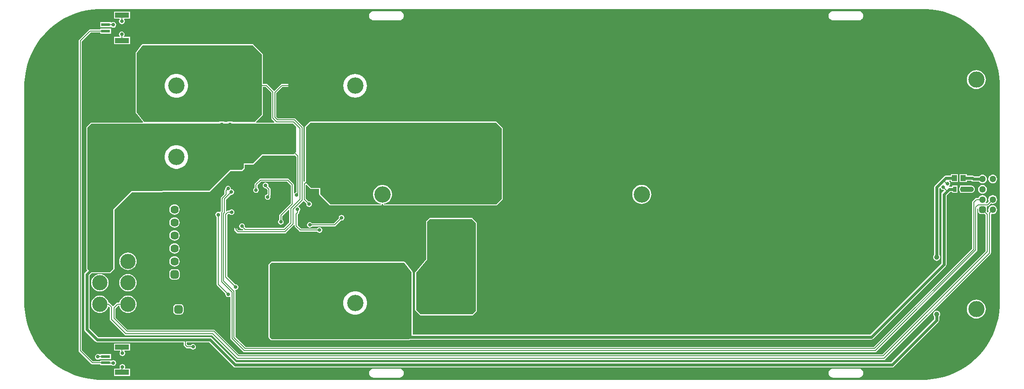
<source format=gtl>
G04*
G04 #@! TF.GenerationSoftware,Altium Limited,Altium Designer,23.0.1 (38)*
G04*
G04 Layer_Physical_Order=1*
G04 Layer_Color=255*
%FSLAX44Y44*%
%MOMM*%
G71*
G04*
G04 #@! TF.SameCoordinates,8AFF7610-CFF1-491F-A99F-289BE66ABFEC*
G04*
G04*
G04 #@! TF.FilePolarity,Positive*
G04*
G01*
G75*
%ADD11C,0.2000*%
%ADD15R,1.0160X1.1430*%
%ADD16R,2.7000X6.2000*%
%ADD17R,2.7000X1.0000*%
%ADD18R,1.7000X0.6000*%
%ADD19R,0.6500X1.0000*%
%ADD20R,0.6000X0.5600*%
%ADD34C,1.0000*%
%ADD35C,0.6000*%
%ADD36C,0.2032*%
%ADD37C,1.3000*%
G04:AMPARAMS|DCode=38|XSize=1.3mm|YSize=1.3mm|CornerRadius=0.325mm|HoleSize=0mm|Usage=FLASHONLY|Rotation=90.000|XOffset=0mm|YOffset=0mm|HoleType=Round|Shape=RoundedRectangle|*
%AMROUNDEDRECTD38*
21,1,1.3000,0.6500,0,0,90.0*
21,1,0.6500,1.3000,0,0,90.0*
1,1,0.6500,0.3250,0.3250*
1,1,0.6500,0.3250,-0.3250*
1,1,0.6500,-0.3250,-0.3250*
1,1,0.6500,-0.3250,0.3250*
%
%ADD38ROUNDEDRECTD38*%
G04:AMPARAMS|DCode=39|XSize=1.62mm|YSize=1.62mm|CornerRadius=0.405mm|HoleSize=0mm|Usage=FLASHONLY|Rotation=270.000|XOffset=0mm|YOffset=0mm|HoleType=Round|Shape=RoundedRectangle|*
%AMROUNDEDRECTD39*
21,1,1.6200,0.8100,0,0,270.0*
21,1,0.8100,1.6200,0,0,270.0*
1,1,0.8100,-0.4050,-0.4050*
1,1,0.8100,-0.4050,0.4050*
1,1,0.8100,0.4050,0.4050*
1,1,0.8100,0.4050,-0.4050*
%
%ADD39ROUNDEDRECTD39*%
%ADD40C,1.6200*%
%ADD41C,3.2000*%
%ADD42C,3.0000*%
%ADD43C,3.0000*%
%ADD44C,3.1750*%
%ADD45C,0.7000*%
%ADD46C,1.0000*%
%ADD47C,1.5000*%
G36*
X568562Y362158D02*
X580233Y360309D01*
X591721Y357551D01*
X602958Y353900D01*
X613875Y349378D01*
X624402Y344014D01*
X634477Y337841D01*
X644035Y330896D01*
X653020Y323223D01*
X661374Y314868D01*
X669048Y305883D01*
X675993Y296325D01*
X682166Y286250D01*
X687531Y275722D01*
X692052Y264806D01*
X695703Y253569D01*
X698462Y242080D01*
X700310Y230410D01*
X701237Y218631D01*
Y212724D01*
Y-212726D01*
Y-218634D01*
X700310Y-230413D01*
X698462Y-242083D01*
X695703Y-253572D01*
X692052Y-264809D01*
X687531Y-275725D01*
X682167Y-286252D01*
X675993Y-296327D01*
X669048Y-305886D01*
X661375Y-314870D01*
X653020Y-323225D01*
X644035Y-330898D01*
X634477Y-337843D01*
X624402Y-344017D01*
X613875Y-349381D01*
X602959Y-353902D01*
X591721Y-357553D01*
X580233Y-360312D01*
X568563Y-362160D01*
X556783Y-363087D01*
X-1058873D01*
X-1064781Y-363087D01*
X-1076559Y-362160D01*
X-1088230Y-360312D01*
X-1099718Y-357553D01*
X-1110956Y-353902D01*
X-1121872Y-349381D01*
X-1132399Y-344017D01*
X-1142474Y-337843D01*
X-1152032Y-330898D01*
X-1161017Y-323225D01*
X-1169371Y-314870D01*
X-1177045Y-305886D01*
X-1183990Y-296327D01*
X-1190163Y-286253D01*
X-1195528Y-275725D01*
X-1200049Y-264809D01*
X-1203700Y-253572D01*
X-1206459Y-242083D01*
X-1208307Y-230413D01*
X-1209234Y-218634D01*
Y-212726D01*
Y212724D01*
X-1209234Y218631D01*
X-1208307Y230410D01*
X-1206459Y242080D01*
X-1203700Y253569D01*
X-1200049Y264806D01*
X-1195528Y275722D01*
X-1190164Y286250D01*
X-1183990Y296324D01*
X-1177045Y305883D01*
X-1169372Y314867D01*
X-1161017Y323222D01*
X-1152032Y330896D01*
X-1142474Y337841D01*
X-1132399Y344014D01*
X-1121872Y349378D01*
X-1110956Y353900D01*
X-1099718Y357551D01*
X-1088230Y360309D01*
X-1076560Y362158D01*
X-1064781Y363085D01*
X556783D01*
X568562Y362158D01*
D02*
G37*
%LPC*%
G36*
X425150Y358967D02*
X374850D01*
X372529Y358661D01*
X370367Y357765D01*
X368510Y356340D01*
X367085Y354483D01*
X366189Y352321D01*
X365883Y350000D01*
X366189Y347679D01*
X367085Y345517D01*
X368510Y343660D01*
X370367Y342235D01*
X372529Y341339D01*
X374850Y341033D01*
X425150D01*
X427471Y341339D01*
X429633Y342235D01*
X431490Y343660D01*
X432915Y345517D01*
X433811Y347679D01*
X434117Y350000D01*
X433811Y352321D01*
X432915Y354483D01*
X431490Y356340D01*
X429633Y357765D01*
X427471Y358661D01*
X425150Y358967D01*
D02*
G37*
G36*
X-474850D02*
X-525150D01*
X-527471Y358661D01*
X-529633Y357765D01*
X-531490Y356340D01*
X-532915Y354483D01*
X-533811Y352321D01*
X-534117Y350000D01*
X-533811Y347679D01*
X-532915Y345517D01*
X-531490Y343660D01*
X-529633Y342235D01*
X-527471Y341339D01*
X-525150Y341033D01*
X-474850D01*
X-472529Y341339D01*
X-470367Y342235D01*
X-468510Y343660D01*
X-467085Y345517D01*
X-466189Y347679D01*
X-465883Y350000D01*
X-466189Y352321D01*
X-467085Y354483D01*
X-468510Y356340D01*
X-470367Y357765D01*
X-472529Y358661D01*
X-474850Y358967D01*
D02*
G37*
G36*
X-1034962Y337686D02*
X-1037108Y337259D01*
X-1038230Y336510D01*
X-1039500Y337189D01*
Y337500D01*
X-1060500D01*
Y327500D01*
X-1039500D01*
X-1039500Y327500D01*
Y327500D01*
X-1038230Y327647D01*
X-1037108Y326898D01*
X-1034962Y326471D01*
X-1032816Y326898D01*
X-1030997Y328113D01*
X-1029781Y329933D01*
X-1029354Y332079D01*
X-1029781Y334225D01*
X-1030997Y336044D01*
X-1032816Y337259D01*
X-1034962Y337686D01*
D02*
G37*
G36*
X-1002500Y358000D02*
X-1033500D01*
Y344000D01*
X-1023104D01*
X-1022500Y342730D01*
X-1023399Y341385D01*
X-1023826Y339239D01*
X-1023399Y337093D01*
X-1022184Y335274D01*
X-1020364Y334058D01*
X-1018218Y333631D01*
X-1016072Y334058D01*
X-1014253Y335274D01*
X-1013037Y337093D01*
X-1012610Y339239D01*
X-1013037Y341385D01*
X-1013936Y342730D01*
X-1013332Y344000D01*
X-1002500D01*
Y358000D01*
D02*
G37*
G36*
X-1039500Y325000D02*
X-1060500D01*
Y323059D01*
X-1080810D01*
X-1080810Y323059D01*
X-1081981Y322826D01*
X-1082973Y322163D01*
X-1082973Y322163D01*
X-1101983Y303153D01*
X-1102646Y302160D01*
X-1102879Y300990D01*
X-1102879Y300990D01*
Y-306070D01*
X-1102879Y-306070D01*
X-1102646Y-307241D01*
X-1101983Y-308233D01*
X-1078053Y-332163D01*
X-1078053Y-332163D01*
X-1077060Y-332826D01*
X-1075890Y-333059D01*
X-1075890Y-333059D01*
X-1060500D01*
Y-335000D01*
X-1039500D01*
X-1039500Y-335000D01*
Y-335000D01*
X-1038230Y-334690D01*
X-1037196Y-335381D01*
X-1035050Y-335808D01*
X-1032904Y-335381D01*
X-1031085Y-334165D01*
X-1029869Y-332346D01*
X-1029442Y-330200D01*
X-1029869Y-328054D01*
X-1031085Y-326235D01*
X-1032904Y-325019D01*
X-1035050Y-324592D01*
X-1037196Y-325019D01*
X-1038230Y-325710D01*
X-1039500Y-325031D01*
Y-325000D01*
X-1060500D01*
Y-326941D01*
X-1074623D01*
X-1096761Y-304803D01*
Y299723D01*
X-1079543Y316941D01*
X-1060500D01*
Y315000D01*
X-1039500D01*
Y325000D01*
D02*
G37*
G36*
X-1018540Y319298D02*
X-1020686Y318871D01*
X-1022505Y317655D01*
X-1023721Y315836D01*
X-1024148Y313690D01*
X-1023721Y311544D01*
X-1022535Y309770D01*
X-1022588Y309500D01*
X-1022958Y308500D01*
X-1033500D01*
Y294500D01*
X-1002500D01*
Y308500D01*
X-1014122D01*
X-1014492Y309500D01*
X-1014545Y309770D01*
X-1013359Y311544D01*
X-1012932Y313690D01*
X-1013359Y315836D01*
X-1014575Y317655D01*
X-1016394Y318871D01*
X-1018540Y319298D01*
D02*
G37*
G36*
X-977604Y294139D02*
X-977760Y294108D01*
X-977918Y294115D01*
X-978146Y294031D01*
X-978384Y293984D01*
X-978516Y293896D01*
X-978666Y293841D01*
X-978844Y293677D01*
X-979046Y293542D01*
X-979134Y293410D01*
X-979251Y293302D01*
X-990745Y277552D01*
X-990847Y277332D01*
X-990982Y277130D01*
X-991013Y276975D01*
X-991080Y276830D01*
X-991090Y276588D01*
X-991137Y276350D01*
Y160429D01*
X-991082Y160151D01*
X-991059Y159868D01*
X-991005Y159764D01*
X-990982Y159649D01*
X-990824Y159413D01*
X-990695Y159160D01*
X-976853Y141739D01*
X-977467Y140469D01*
X-1078230D01*
X-1079010Y140314D01*
X-1079672Y139872D01*
X-1087292Y132252D01*
X-1087734Y131590D01*
X-1087889Y130810D01*
Y-146050D01*
X-1087734Y-146830D01*
X-1087292Y-147492D01*
X-1087292Y-147492D01*
X-1086197Y-148587D01*
X-1090725Y-153115D01*
X-1091830Y-154769D01*
X-1092218Y-156720D01*
Y-264160D01*
X-1091830Y-266111D01*
X-1090725Y-267765D01*
X-1070405Y-288085D01*
X-1068751Y-289190D01*
X-1066800Y-289578D01*
X-897139D01*
Y-294640D01*
X-897139Y-294640D01*
X-896906Y-295811D01*
X-896243Y-296803D01*
X-892433Y-300613D01*
X-891441Y-301276D01*
X-890270Y-301509D01*
X-890270Y-301509D01*
X-883411D01*
X-882805Y-302415D01*
X-880986Y-303631D01*
X-878840Y-304058D01*
X-876694Y-303631D01*
X-874875Y-302415D01*
X-873659Y-300596D01*
X-873232Y-298450D01*
X-873659Y-296304D01*
X-874875Y-294485D01*
X-876694Y-293269D01*
X-878840Y-292842D01*
X-880986Y-293269D01*
X-882805Y-294485D01*
X-883411Y-295391D01*
X-889003D01*
X-891021Y-293373D01*
Y-289578D01*
X-847932D01*
X-799895Y-337615D01*
X-798241Y-338720D01*
X-796290Y-339108D01*
X490318D01*
X492269Y-338720D01*
X493923Y-337615D01*
X581264Y-250275D01*
X582369Y-248621D01*
X582757Y-246670D01*
Y-240008D01*
X582842Y-239942D01*
X583965Y-238480D01*
X584670Y-236777D01*
X584910Y-234950D01*
X584670Y-233123D01*
X583965Y-231420D01*
X582842Y-229958D01*
X581380Y-228836D01*
X579677Y-228130D01*
X577850Y-227890D01*
X576023Y-228130D01*
X574320Y-228836D01*
X572858Y-229958D01*
X571735Y-231420D01*
X571030Y-233123D01*
X570790Y-234950D01*
X571030Y-236777D01*
X571735Y-238480D01*
X572561Y-239556D01*
Y-244558D01*
X488207Y-328912D01*
X-794178D01*
X-842215Y-280875D01*
X-843869Y-279770D01*
X-845820Y-279382D01*
X-1064688D01*
X-1082022Y-262048D01*
Y-158832D01*
X-1077630Y-154439D01*
X-1041400D01*
X-1040620Y-154284D01*
X-1039958Y-153842D01*
X-1039958Y-153842D01*
X-1033608Y-147492D01*
X-1033166Y-146830D01*
X-1033011Y-146050D01*
Y-30055D01*
X-998645Y4311D01*
X-939800D01*
X-939020Y4466D01*
X-938358Y4908D01*
X-938358Y4908D01*
X-938195Y5071D01*
X-846910D01*
X-846910Y5071D01*
X-846130Y5226D01*
X-845468Y5668D01*
X-845468Y5668D01*
X-805425Y45711D01*
X-783410D01*
X-782630Y45866D01*
X-781968Y46308D01*
X-778158Y50118D01*
X-777716Y50780D01*
X-777561Y51560D01*
Y58411D01*
X-761820D01*
X-761040Y58566D01*
X-760378Y59008D01*
X-760378Y59008D01*
X-743195Y76191D01*
X-681810D01*
X-681810Y76191D01*
X-681030Y76346D01*
X-680368Y76788D01*
X-679245Y76419D01*
X-676349Y73523D01*
Y4227D01*
X-677936Y3911D01*
X-679755Y2695D01*
X-680201Y2028D01*
X-681471Y2413D01*
Y19050D01*
X-681471Y19050D01*
X-681704Y20220D01*
X-682367Y21213D01*
X-682367Y21213D01*
X-691257Y30103D01*
X-692250Y30766D01*
X-693420Y30999D01*
X-693420Y30999D01*
X-746760D01*
X-747931Y30766D01*
X-748923Y30103D01*
X-748923Y30103D01*
X-757633Y21393D01*
X-758296Y20401D01*
X-758529Y19230D01*
X-758529Y19230D01*
Y12951D01*
X-759435Y12345D01*
X-760651Y10526D01*
X-761078Y8380D01*
X-760651Y6234D01*
X-759435Y4415D01*
X-757616Y3199D01*
X-755470Y2772D01*
X-753324Y3199D01*
X-751505Y4415D01*
X-750289Y6234D01*
X-749862Y8380D01*
X-750289Y10526D01*
X-751505Y12345D01*
X-752411Y12951D01*
Y17963D01*
X-745493Y24881D01*
X-694687D01*
X-687589Y17783D01*
Y-17571D01*
X-709066Y-39048D01*
X-709729Y-40040D01*
X-709961Y-41211D01*
X-709961Y-41211D01*
Y-49279D01*
X-710868Y-49885D01*
X-712084Y-51704D01*
X-712510Y-53850D01*
X-712084Y-55996D01*
X-710868Y-57815D01*
X-709049Y-59031D01*
X-706903Y-59458D01*
X-704757Y-59031D01*
X-702937Y-57815D01*
X-701722Y-55996D01*
X-701295Y-53850D01*
X-701722Y-51704D01*
X-702937Y-49885D01*
X-703844Y-49279D01*
Y-42478D01*
X-691492Y-30126D01*
X-690319Y-30612D01*
Y-54803D01*
X-701187Y-65671D01*
X-775253D01*
X-777625Y-63299D01*
X-777412Y-62230D01*
X-777839Y-60084D01*
X-779055Y-58265D01*
X-780874Y-57049D01*
X-783020Y-56622D01*
X-785166Y-57049D01*
X-786985Y-58265D01*
X-788201Y-60084D01*
X-788628Y-62230D01*
X-788201Y-64376D01*
X-786985Y-66195D01*
X-785166Y-67411D01*
X-783020Y-67838D01*
X-781951Y-67625D01*
X-780421Y-69155D01*
X-780907Y-70329D01*
X-789349D01*
X-791961Y-67716D01*
Y-63500D01*
X-792194Y-62330D01*
X-792857Y-61337D01*
X-793849Y-60674D01*
X-795020Y-60441D01*
X-796190Y-60674D01*
X-797183Y-61337D01*
X-797846Y-62330D01*
X-798079Y-63500D01*
Y-68983D01*
X-798079Y-68983D01*
X-797846Y-70154D01*
X-797183Y-71146D01*
X-792779Y-75550D01*
X-791786Y-76213D01*
X-790616Y-76446D01*
X-698921D01*
X-698921Y-76446D01*
X-697750Y-76213D01*
X-696758Y-75550D01*
X-681097Y-59890D01*
X-681088Y-59875D01*
X-679818Y-60261D01*
Y-61865D01*
X-679818Y-61865D01*
X-679585Y-63036D01*
X-678922Y-64028D01*
X-670937Y-72013D01*
X-669945Y-72676D01*
X-668774Y-72909D01*
X-635761D01*
X-635155Y-73815D01*
X-633336Y-75031D01*
X-631190Y-75458D01*
X-629044Y-75031D01*
X-627225Y-73815D01*
X-626009Y-71996D01*
X-625582Y-69850D01*
X-626009Y-67704D01*
X-627225Y-65885D01*
X-629044Y-64669D01*
X-631190Y-64242D01*
X-633336Y-64669D01*
X-635155Y-65885D01*
X-635761Y-66791D01*
X-667507D01*
X-673700Y-60598D01*
Y-39216D01*
X-672056Y-37572D01*
X-672056Y-37572D01*
X-671393Y-36579D01*
X-671160Y-35409D01*
Y-33932D01*
X-670254Y-33326D01*
X-669038Y-31507D01*
X-668611Y-29361D01*
X-669038Y-27215D01*
X-670254Y-25396D01*
X-672073Y-24180D01*
X-672280Y-24139D01*
X-672648Y-22924D01*
X-663127Y-13403D01*
X-663127Y-13403D01*
X-661624Y-13262D01*
X-656905Y-17981D01*
X-657118Y-19050D01*
X-656691Y-21196D01*
X-655475Y-23015D01*
X-653656Y-24231D01*
X-651510Y-24658D01*
X-649364Y-24231D01*
X-647545Y-23015D01*
X-646329Y-21196D01*
X-645902Y-19050D01*
X-646329Y-16904D01*
X-647545Y-15085D01*
X-649364Y-13869D01*
X-651510Y-13442D01*
X-652579Y-13655D01*
X-658231Y-8003D01*
Y18551D01*
X-657046Y19065D01*
X-656949D01*
X-649302Y11418D01*
X-649302Y11418D01*
X-648640Y10976D01*
X-647860Y10821D01*
X-631779D01*
Y760D01*
X-631779Y760D01*
X-631624Y-20D01*
X-631182Y-682D01*
X-610862Y-21002D01*
X-610200Y-21444D01*
X-609420Y-21599D01*
X-511208D01*
X-510914Y-21541D01*
X-510616Y-21511D01*
X-510527Y-21464D01*
X-510428Y-21444D01*
X-510178Y-21277D01*
X-509914Y-21136D01*
X-509850Y-21058D01*
X-509766Y-21002D01*
X-509599Y-20753D01*
X-509409Y-20521D01*
X-509380Y-20424D01*
X-509324Y-20340D01*
X-509266Y-20047D01*
X-509179Y-19760D01*
X-509057Y-18526D01*
X-508000Y-18630D01*
X-506943Y-18526D01*
X-506821Y-19760D01*
X-506735Y-20047D01*
X-506676Y-20340D01*
X-506620Y-20424D01*
X-506590Y-20521D01*
X-506400Y-20753D01*
X-506234Y-21002D01*
X-506150Y-21058D01*
X-506086Y-21136D01*
X-505822Y-21277D01*
X-505572Y-21444D01*
X-505473Y-21464D01*
X-505384Y-21511D01*
X-505086Y-21541D01*
X-504792Y-21599D01*
X-284990D01*
X-284210Y-21444D01*
X-283548Y-21002D01*
X-283548Y-21002D01*
X-272878Y-10332D01*
X-272436Y-9670D01*
X-272281Y-8890D01*
Y129540D01*
X-272436Y130320D01*
X-272878Y130982D01*
X-283798Y141902D01*
X-284460Y142344D01*
X-285240Y142499D01*
X-649480D01*
X-650260Y142344D01*
X-650922Y141902D01*
X-650922Y141902D01*
X-659302Y133522D01*
X-659744Y132860D01*
X-659899Y132080D01*
Y26037D01*
X-661058Y24878D01*
X-662231Y25364D01*
Y131197D01*
X-662464Y132367D01*
X-663127Y133360D01*
X-663127Y133360D01*
X-677980Y148213D01*
X-678973Y148876D01*
X-680143Y149109D01*
X-680143Y149109D01*
X-712473D01*
X-715571Y152207D01*
Y198313D01*
X-703583Y210301D01*
X-678590D01*
X-677420Y210534D01*
X-676427Y211197D01*
X-675764Y212190D01*
X-675531Y213360D01*
X-675764Y214531D01*
X-676427Y215523D01*
X-677420Y216186D01*
X-678590Y216419D01*
X-704850D01*
X-706021Y216186D01*
X-707013Y215523D01*
X-719348Y203188D01*
X-720988Y203344D01*
X-733167Y215523D01*
X-734159Y216186D01*
X-735330Y216419D01*
X-735330Y216419D01*
X-742129D01*
Y274268D01*
X-742129Y274268D01*
X-742284Y275048D01*
X-742726Y275710D01*
X-742726Y275710D01*
X-760558Y293542D01*
X-761220Y293984D01*
X-762000Y294139D01*
X-977604Y294139D01*
D02*
G37*
G36*
X655320Y243294D02*
X651710Y242939D01*
X648239Y241886D01*
X645040Y240176D01*
X642236Y237874D01*
X639934Y235070D01*
X638224Y231871D01*
X637171Y228400D01*
X636816Y224790D01*
X637171Y221180D01*
X638224Y217709D01*
X639934Y214510D01*
X642236Y211706D01*
X645040Y209404D01*
X648239Y207694D01*
X651710Y206641D01*
X655320Y206286D01*
X658930Y206641D01*
X662401Y207694D01*
X665600Y209404D01*
X668404Y211706D01*
X670706Y214510D01*
X672416Y217709D01*
X673469Y221180D01*
X673824Y224790D01*
X673469Y228400D01*
X672416Y231871D01*
X670706Y235070D01*
X668404Y237874D01*
X665600Y240176D01*
X662401Y241886D01*
X658930Y242939D01*
X655320Y243294D01*
D02*
G37*
G36*
X-561400Y235872D02*
X-565917Y235427D01*
X-570260Y234109D01*
X-574262Y231970D01*
X-577771Y229091D01*
X-580650Y225582D01*
X-582789Y221580D01*
X-584107Y217237D01*
X-584552Y212720D01*
X-584107Y208203D01*
X-582789Y203860D01*
X-580650Y199858D01*
X-577771Y196349D01*
X-574262Y193470D01*
X-570260Y191331D01*
X-565917Y190013D01*
X-561400Y189569D01*
X-556883Y190013D01*
X-552540Y191331D01*
X-548538Y193470D01*
X-545029Y196349D01*
X-542150Y199858D01*
X-540011Y203860D01*
X-538693Y208203D01*
X-538248Y212720D01*
X-538693Y217237D01*
X-540011Y221580D01*
X-542150Y225582D01*
X-545029Y229091D01*
X-548538Y231970D01*
X-552540Y234109D01*
X-556883Y235427D01*
X-561400Y235872D01*
D02*
G37*
G36*
X619601Y39465D02*
X605441D01*
Y36848D01*
X598780D01*
X598475Y36787D01*
X598170Y36848D01*
X595630D01*
X593679Y36460D01*
X592025Y35355D01*
X587580Y30910D01*
X587580Y30910D01*
X574245Y17575D01*
X573140Y15921D01*
X572752Y13970D01*
Y-118335D01*
X571735Y-119660D01*
X571030Y-121363D01*
X570790Y-123190D01*
X571030Y-125017D01*
X571735Y-126720D01*
X572858Y-128182D01*
X574320Y-129305D01*
X576023Y-130010D01*
X577850Y-130250D01*
X579677Y-130010D01*
X581380Y-129305D01*
X582842Y-128182D01*
X583965Y-126720D01*
X584670Y-125017D01*
X584910Y-123190D01*
X584670Y-121363D01*
X583965Y-119660D01*
X582948Y-118335D01*
Y11858D01*
X583782Y12693D01*
X584998Y12324D01*
X585029Y12164D01*
X586245Y10344D01*
X588064Y9129D01*
X590210Y8702D01*
X591280Y8915D01*
X592402Y7792D01*
X588215Y3605D01*
X587110Y1951D01*
X586722Y0D01*
Y-135048D01*
X447468Y-274302D01*
X-448811D01*
Y-152400D01*
X-448866Y-152122D01*
X-448890Y-151839D01*
X-448943Y-151735D01*
X-448966Y-151620D01*
X-449124Y-151384D01*
X-449253Y-151131D01*
X-463983Y-132591D01*
X-464073Y-132516D01*
X-464138Y-132418D01*
X-464374Y-132260D01*
X-464590Y-132077D01*
X-464702Y-132041D01*
X-464800Y-131976D01*
X-465078Y-131921D01*
X-465348Y-131834D01*
X-465465Y-131844D01*
X-465580Y-131821D01*
X-724990D01*
X-725770Y-131976D01*
X-726432Y-132418D01*
X-730242Y-136228D01*
X-730684Y-136890D01*
X-730839Y-137670D01*
Y-279910D01*
X-730684Y-280690D01*
X-730242Y-281352D01*
X-726432Y-285162D01*
X-725770Y-285604D01*
X-724990Y-285759D01*
X-455616Y-285759D01*
X-455460Y-285728D01*
X-455301Y-285735D01*
X-455073Y-285651D01*
X-454836Y-285604D01*
X-454703Y-285516D01*
X-454554Y-285461D01*
X-454376Y-285297D01*
X-454174Y-285162D01*
X-454086Y-285030D01*
X-453969Y-284922D01*
X-453659Y-284498D01*
X449580D01*
X451531Y-284110D01*
X453185Y-283005D01*
X595425Y-140765D01*
X596530Y-139111D01*
X596918Y-137160D01*
Y-2112D01*
X604092Y5062D01*
X608030D01*
Y3160D01*
X618530D01*
Y17160D01*
X608030D01*
Y15258D01*
X602402D01*
X602017Y16528D01*
X602745Y17015D01*
X603961Y18834D01*
X604388Y20980D01*
X603961Y23126D01*
X602745Y24945D01*
X602092Y25382D01*
X602477Y26652D01*
X605441D01*
Y24035D01*
X619601D01*
Y39465D01*
D02*
G37*
G36*
X687460Y38573D02*
X685241Y38281D01*
X683173Y37425D01*
X681398Y36062D01*
X680035Y34287D01*
X679179Y32219D01*
X678887Y30000D01*
X679179Y27781D01*
X680035Y25713D01*
X681398Y23938D01*
X683173Y22575D01*
X685241Y21719D01*
X687460Y21427D01*
X689679Y21719D01*
X691747Y22575D01*
X693522Y23938D01*
X694885Y25713D01*
X695741Y27781D01*
X696033Y30000D01*
X695741Y32219D01*
X694885Y34287D01*
X693522Y36062D01*
X691747Y37425D01*
X689679Y38281D01*
X687460Y38573D01*
D02*
G37*
G36*
X636619Y39465D02*
X622459D01*
Y24035D01*
X636619D01*
Y26652D01*
X645588D01*
X645845Y26395D01*
X647499Y25290D01*
X649450Y24902D01*
X660658D01*
X661398Y23938D01*
X663173Y22575D01*
X665241Y21719D01*
X667460Y21427D01*
X669679Y21719D01*
X671747Y22575D01*
X673522Y23938D01*
X674885Y25713D01*
X675741Y27781D01*
X676033Y30000D01*
X675741Y32219D01*
X674885Y34287D01*
X673522Y36062D01*
X671747Y37425D01*
X669679Y38281D01*
X667460Y38573D01*
X665241Y38281D01*
X663173Y37425D01*
X661398Y36062D01*
X660658Y35098D01*
X651562D01*
X651305Y35355D01*
X649651Y36460D01*
X647700Y36848D01*
X636619D01*
Y39465D01*
D02*
G37*
G36*
X687230Y13289D02*
X686059Y13056D01*
X685067Y12393D01*
X684404Y11401D01*
X684171Y10230D01*
Y10000D01*
X684404Y8830D01*
X685067Y7837D01*
X686059Y7174D01*
X687230Y6941D01*
X687460D01*
X688631Y7174D01*
X689623Y7837D01*
X690286Y8830D01*
X690519Y10000D01*
X690286Y11171D01*
X689623Y12163D01*
X689485Y12255D01*
X689393Y12393D01*
X688400Y13056D01*
X687230Y13289D01*
D02*
G37*
G36*
X645160Y17220D02*
X628780D01*
X628321Y17160D01*
X623530D01*
Y14817D01*
X622665Y13690D01*
X621960Y11987D01*
X621720Y10160D01*
X621960Y8333D01*
X622665Y6630D01*
X623530Y5503D01*
Y3160D01*
X628321D01*
X628780Y3100D01*
X645160D01*
X646987Y3340D01*
X648690Y4045D01*
X650152Y5168D01*
X651274Y6630D01*
X651980Y8333D01*
X652220Y10160D01*
X651980Y11987D01*
X651274Y13690D01*
X650152Y15152D01*
X648690Y16274D01*
X646987Y16980D01*
X645160Y17220D01*
D02*
G37*
G36*
X667460Y18573D02*
X665241Y18281D01*
X663173Y17425D01*
X661398Y16062D01*
X660035Y14287D01*
X659179Y12219D01*
X658887Y10000D01*
X659179Y7781D01*
X660035Y5713D01*
X661398Y3938D01*
X663173Y2575D01*
X665241Y1719D01*
X667460Y1427D01*
X669679Y1719D01*
X671747Y2575D01*
X673522Y3938D01*
X674885Y5713D01*
X675741Y7781D01*
X676033Y10000D01*
X675741Y12219D01*
X674885Y14287D01*
X673522Y16062D01*
X671747Y17425D01*
X669679Y18281D01*
X667460Y18573D01*
D02*
G37*
G36*
X-810260Y17038D02*
X-812406Y16611D01*
X-814225Y15395D01*
X-815441Y13576D01*
X-815868Y11430D01*
X-815655Y10361D01*
X-816752Y9264D01*
X-817415Y8272D01*
X-817648Y7101D01*
X-817647Y7101D01*
Y748D01*
X-823703Y-5307D01*
X-824366Y-6299D01*
X-824599Y-7470D01*
X-824599Y-7470D01*
Y-32989D01*
X-825123Y-33513D01*
X-825563Y-34172D01*
X-827025Y-34722D01*
X-827314Y-34529D01*
X-829460Y-34102D01*
X-831606Y-34529D01*
X-833425Y-35745D01*
X-834641Y-37564D01*
X-835068Y-39710D01*
X-834641Y-41856D01*
X-833425Y-43675D01*
X-832519Y-44281D01*
Y-176380D01*
X-832519Y-176380D01*
X-832286Y-177551D01*
X-831623Y-178543D01*
X-815655Y-194511D01*
X-815868Y-195580D01*
X-815441Y-197726D01*
X-814225Y-199545D01*
X-812406Y-200761D01*
X-810260Y-201188D01*
X-808114Y-200761D01*
X-806969Y-199996D01*
X-805699Y-200674D01*
Y-281940D01*
X-805699Y-281940D01*
X-805466Y-283111D01*
X-804803Y-284103D01*
X-780673Y-308233D01*
X-779680Y-308896D01*
X-778510Y-309129D01*
X-778510Y-309129D01*
X457200D01*
X457200Y-309129D01*
X458371Y-308896D01*
X459363Y-308233D01*
X656403Y-111193D01*
X656403Y-111193D01*
X657066Y-110201D01*
X657299Y-109030D01*
Y-27308D01*
X657587Y-27135D01*
X658857Y-27855D01*
Y-33250D01*
X659265Y-35298D01*
X660425Y-37035D01*
X662162Y-38195D01*
X664210Y-38603D01*
X670710D01*
X671547Y-38436D01*
X673464Y-40353D01*
Y-73574D01*
X673464Y-73574D01*
X673464Y-73575D01*
Y-110880D01*
X471173Y-313171D01*
X-788673D01*
X-836051Y-265793D01*
X-837044Y-265130D01*
X-838214Y-264897D01*
X-838214Y-264897D01*
X-1007127D01*
X-1030721Y-241303D01*
Y-223517D01*
X-1025403Y-218199D01*
X-1023321D01*
X-1023294Y-218473D01*
X-1022322Y-221677D01*
X-1020743Y-224630D01*
X-1018619Y-227219D01*
X-1016030Y-229343D01*
X-1013077Y-230922D01*
X-1009873Y-231894D01*
X-1006540Y-232222D01*
X-1003207Y-231894D01*
X-1000003Y-230922D01*
X-997050Y-229343D01*
X-994461Y-227219D01*
X-992337Y-224630D01*
X-990758Y-221677D01*
X-989786Y-218473D01*
X-989458Y-215140D01*
X-989786Y-211807D01*
X-990758Y-208603D01*
X-992337Y-205650D01*
X-994461Y-203061D01*
X-997050Y-200937D01*
X-1000003Y-199358D01*
X-1003207Y-198386D01*
X-1006540Y-198058D01*
X-1009873Y-198386D01*
X-1013077Y-199358D01*
X-1016030Y-200937D01*
X-1018619Y-203061D01*
X-1020743Y-205650D01*
X-1022322Y-208603D01*
X-1023294Y-211807D01*
X-1023321Y-212081D01*
X-1026670D01*
X-1026670Y-212081D01*
X-1027840Y-212314D01*
X-1028833Y-212977D01*
X-1028833Y-212977D01*
X-1034905Y-219049D01*
X-1036416Y-218764D01*
X-1036711Y-218323D01*
X-1042057Y-212977D01*
X-1043049Y-212314D01*
X-1044220Y-212081D01*
X-1044786Y-211807D01*
X-1045758Y-208603D01*
X-1047337Y-205650D01*
X-1049461Y-203061D01*
X-1052050Y-200937D01*
X-1055003Y-199358D01*
X-1058207Y-198386D01*
X-1061540Y-198058D01*
X-1064873Y-198386D01*
X-1068077Y-199358D01*
X-1071030Y-200937D01*
X-1073619Y-203061D01*
X-1075743Y-205650D01*
X-1077322Y-208603D01*
X-1078294Y-211807D01*
X-1078622Y-215140D01*
X-1078294Y-218473D01*
X-1077322Y-221677D01*
X-1075743Y-224630D01*
X-1073619Y-227219D01*
X-1071030Y-229343D01*
X-1068077Y-230922D01*
X-1064873Y-231894D01*
X-1061540Y-232222D01*
X-1058207Y-231894D01*
X-1055003Y-230922D01*
X-1052050Y-229343D01*
X-1049461Y-227219D01*
X-1047337Y-224630D01*
X-1045758Y-221677D01*
X-1045244Y-219982D01*
X-1044012Y-219674D01*
X-1041933Y-221752D01*
Y-244680D01*
X-1041933Y-244680D01*
X-1041700Y-245851D01*
X-1041037Y-246843D01*
X-1012667Y-275213D01*
X-1012667Y-275213D01*
X-1011675Y-275876D01*
X-1010504Y-276109D01*
X-841591D01*
X-794213Y-323487D01*
X-793221Y-324150D01*
X-792050Y-324383D01*
X474550D01*
X474550Y-324383D01*
X475721Y-324150D01*
X476713Y-323487D01*
X682883Y-117317D01*
X683546Y-116325D01*
X683759Y-115252D01*
X683816Y-115168D01*
X684049Y-113997D01*
Y-70837D01*
X684049Y-70837D01*
Y-38930D01*
X684975Y-38311D01*
X685319Y-38291D01*
X687460Y-38573D01*
X689679Y-38281D01*
X691747Y-37425D01*
X693522Y-36062D01*
X694885Y-34287D01*
X695741Y-32219D01*
X696033Y-30000D01*
X695741Y-27781D01*
X694885Y-25713D01*
X693522Y-23938D01*
X691747Y-22575D01*
X689679Y-21719D01*
X687460Y-21427D01*
X685241Y-21719D01*
X683173Y-22575D01*
X681398Y-23938D01*
X680035Y-25713D01*
X679179Y-27781D01*
X678887Y-30000D01*
X679179Y-32219D01*
X679681Y-33431D01*
X678816Y-34296D01*
X678449Y-34844D01*
X676977Y-35169D01*
X675896Y-34087D01*
X676063Y-33250D01*
Y-26750D01*
X675655Y-24702D01*
X675520Y-24499D01*
X676119Y-23379D01*
X677301D01*
X677301Y-23379D01*
X678472Y-23146D01*
X679464Y-22483D01*
X684127Y-17820D01*
X685241Y-18281D01*
X687460Y-18573D01*
X689679Y-18281D01*
X691747Y-17425D01*
X693522Y-16062D01*
X694885Y-14287D01*
X695741Y-12219D01*
X696033Y-10000D01*
X695741Y-7781D01*
X694885Y-5713D01*
X693522Y-3938D01*
X691747Y-2575D01*
X689679Y-1719D01*
X687460Y-1427D01*
X685241Y-1719D01*
X683173Y-2575D01*
X681398Y-3938D01*
X680035Y-5713D01*
X679179Y-7781D01*
X678887Y-10000D01*
X679179Y-12219D01*
X679735Y-13561D01*
X676034Y-17261D01*
X673929D01*
X673655Y-16454D01*
X673577Y-15991D01*
X674885Y-14287D01*
X675741Y-12219D01*
X676033Y-10000D01*
X675741Y-7781D01*
X674885Y-5713D01*
X673522Y-3938D01*
X671747Y-2575D01*
X669679Y-1719D01*
X667460Y-1427D01*
X665241Y-1719D01*
X663173Y-2575D01*
X661398Y-3938D01*
X660035Y-5713D01*
X659527Y-6941D01*
X655480D01*
X654309Y-7174D01*
X653317Y-7837D01*
X653317Y-7837D01*
X648077Y-13077D01*
X647414Y-14069D01*
X647181Y-15240D01*
X647181Y-15240D01*
Y-106106D01*
X454276Y-299011D01*
X-775586D01*
X-795581Y-279016D01*
Y-190113D01*
X-795581Y-190113D01*
X-795814Y-188943D01*
X-796226Y-188326D01*
X-795539Y-187177D01*
X-795530Y-187170D01*
X-795289Y-187218D01*
X-793143Y-186791D01*
X-791324Y-185575D01*
X-790108Y-183756D01*
X-789682Y-181610D01*
X-790108Y-179464D01*
X-791324Y-177645D01*
X-793143Y-176429D01*
X-795289Y-176002D01*
X-796359Y-176215D01*
X-811901Y-160672D01*
Y-40257D01*
X-809395Y-37751D01*
X-808105D01*
X-807499Y-38657D01*
X-805680Y-39873D01*
X-803534Y-40300D01*
X-801388Y-39873D01*
X-799568Y-38657D01*
X-798353Y-36838D01*
X-797926Y-34692D01*
X-798353Y-32546D01*
X-799568Y-30727D01*
X-801388Y-29511D01*
X-803534Y-29084D01*
X-805680Y-29511D01*
X-807499Y-30727D01*
X-808105Y-31633D01*
X-810662D01*
X-810662Y-31633D01*
X-811833Y-31866D01*
X-812825Y-32529D01*
X-813308Y-33012D01*
X-814481Y-32526D01*
Y-10394D01*
X-804834Y-746D01*
X-803880Y-936D01*
X-801734Y-509D01*
X-799914Y706D01*
X-798699Y2526D01*
X-798272Y4672D01*
X-798699Y6817D01*
X-799914Y8637D01*
X-801734Y9852D01*
X-803880Y10279D01*
X-804715Y11114D01*
X-804652Y11430D01*
X-805079Y13576D01*
X-806295Y15395D01*
X-808114Y16611D01*
X-810260Y17038D01*
D02*
G37*
G36*
X-736750Y23208D02*
X-738896Y22781D01*
X-740715Y21565D01*
X-741931Y19746D01*
X-742358Y17600D01*
X-741931Y15454D01*
X-740715Y13635D01*
X-738896Y12419D01*
X-736750Y11992D01*
X-736442Y12054D01*
X-733129Y8741D01*
Y460D01*
X-734936Y101D01*
X-736755Y-1115D01*
X-737971Y-2934D01*
X-738398Y-5080D01*
X-737971Y-7226D01*
X-736755Y-9045D01*
X-734936Y-10261D01*
X-732790Y-10688D01*
X-730644Y-10261D01*
X-728825Y-9045D01*
X-727609Y-7226D01*
X-727182Y-5080D01*
X-727580Y-3081D01*
X-727244Y-2579D01*
X-727011Y-1408D01*
X-727011Y-1408D01*
Y10007D01*
X-727011Y10008D01*
X-727244Y11178D01*
X-727907Y12170D01*
X-731506Y15770D01*
X-731142Y17600D01*
X-731569Y19746D01*
X-732785Y21565D01*
X-734604Y22781D01*
X-736750Y23208D01*
D02*
G37*
G36*
X0Y18630D02*
X-3634Y18272D01*
X-7129Y17212D01*
X-10350Y15490D01*
X-13173Y13173D01*
X-15490Y10350D01*
X-17212Y7129D01*
X-18272Y3634D01*
X-18630Y0D01*
X-18272Y-3634D01*
X-17212Y-7129D01*
X-15490Y-10350D01*
X-13173Y-13173D01*
X-10350Y-15490D01*
X-7129Y-17212D01*
X-3634Y-18272D01*
X0Y-18630D01*
X3634Y-18272D01*
X7129Y-17212D01*
X10350Y-15490D01*
X13173Y-13173D01*
X15490Y-10350D01*
X17212Y-7129D01*
X18272Y-3634D01*
X18630Y0D01*
X18272Y3634D01*
X17212Y7129D01*
X15490Y10350D01*
X13173Y13173D01*
X10350Y15490D01*
X7129Y17212D01*
X3634Y18272D01*
X0Y18630D01*
D02*
G37*
G36*
X-915210Y-19533D02*
X-917847Y-19880D01*
X-920303Y-20898D01*
X-922413Y-22517D01*
X-924032Y-24626D01*
X-925050Y-27083D01*
X-925397Y-29720D01*
X-925050Y-32357D01*
X-924032Y-34814D01*
X-922413Y-36923D01*
X-920303Y-38542D01*
X-917847Y-39560D01*
X-915210Y-39907D01*
X-912573Y-39560D01*
X-910116Y-38542D01*
X-908007Y-36923D01*
X-906388Y-34814D01*
X-905370Y-32357D01*
X-905023Y-29720D01*
X-905370Y-27083D01*
X-906388Y-24626D01*
X-908007Y-22517D01*
X-910116Y-20898D01*
X-912573Y-19880D01*
X-915210Y-19533D01*
D02*
G37*
G36*
X-588010Y-40112D02*
X-590156Y-40539D01*
X-591975Y-41755D01*
X-593191Y-43574D01*
X-593618Y-45720D01*
X-593405Y-46789D01*
X-603247Y-56631D01*
X-645669D01*
X-646275Y-55725D01*
X-648094Y-54509D01*
X-650240Y-54082D01*
X-652386Y-54509D01*
X-654205Y-55725D01*
X-655421Y-57544D01*
X-655848Y-59690D01*
X-655421Y-61836D01*
X-654205Y-63655D01*
X-652386Y-64871D01*
X-650240Y-65298D01*
X-648094Y-64871D01*
X-646275Y-63655D01*
X-645669Y-62749D01*
X-601980D01*
X-601980Y-62749D01*
X-600810Y-62516D01*
X-599817Y-61853D01*
X-589079Y-51115D01*
X-588010Y-51328D01*
X-585864Y-50901D01*
X-584045Y-49685D01*
X-582829Y-47866D01*
X-582402Y-45720D01*
X-582829Y-43574D01*
X-584045Y-41755D01*
X-585864Y-40539D01*
X-588010Y-40112D01*
D02*
G37*
G36*
X-915210Y-44933D02*
X-917847Y-45280D01*
X-920303Y-46298D01*
X-922413Y-47917D01*
X-924032Y-50026D01*
X-925050Y-52483D01*
X-925397Y-55120D01*
X-925050Y-57757D01*
X-924032Y-60214D01*
X-922413Y-62323D01*
X-920303Y-63942D01*
X-917847Y-64960D01*
X-915210Y-65307D01*
X-912573Y-64960D01*
X-910116Y-63942D01*
X-908007Y-62323D01*
X-906388Y-60214D01*
X-905370Y-57757D01*
X-905023Y-55120D01*
X-905370Y-52483D01*
X-906388Y-50026D01*
X-908007Y-47917D01*
X-910116Y-46298D01*
X-912573Y-45280D01*
X-915210Y-44933D01*
D02*
G37*
G36*
Y-70333D02*
X-917847Y-70680D01*
X-920303Y-71698D01*
X-922413Y-73317D01*
X-924032Y-75426D01*
X-925050Y-77883D01*
X-925397Y-80520D01*
X-925050Y-83157D01*
X-924032Y-85614D01*
X-922413Y-87723D01*
X-920303Y-89342D01*
X-917847Y-90360D01*
X-915210Y-90707D01*
X-912573Y-90360D01*
X-910116Y-89342D01*
X-908007Y-87723D01*
X-906388Y-85614D01*
X-905370Y-83157D01*
X-905023Y-80520D01*
X-905370Y-77883D01*
X-906388Y-75426D01*
X-908007Y-73317D01*
X-910116Y-71698D01*
X-912573Y-70680D01*
X-915210Y-70333D01*
D02*
G37*
G36*
Y-95733D02*
X-917847Y-96080D01*
X-920303Y-97098D01*
X-922413Y-98717D01*
X-924032Y-100826D01*
X-925050Y-103283D01*
X-925397Y-105920D01*
X-925050Y-108557D01*
X-924032Y-111014D01*
X-922413Y-113123D01*
X-920303Y-114742D01*
X-917847Y-115760D01*
X-915210Y-116107D01*
X-912573Y-115760D01*
X-910116Y-114742D01*
X-908007Y-113123D01*
X-906388Y-111014D01*
X-905370Y-108557D01*
X-905023Y-105920D01*
X-905370Y-103283D01*
X-906388Y-100826D01*
X-908007Y-98717D01*
X-910116Y-97098D01*
X-912573Y-96080D01*
X-915210Y-95733D01*
D02*
G37*
G36*
Y-121133D02*
X-917847Y-121480D01*
X-920303Y-122498D01*
X-922413Y-124117D01*
X-924032Y-126226D01*
X-925050Y-128683D01*
X-925397Y-131320D01*
X-925050Y-133957D01*
X-924032Y-136414D01*
X-922413Y-138523D01*
X-920303Y-140142D01*
X-917847Y-141160D01*
X-915210Y-141507D01*
X-912573Y-141160D01*
X-910116Y-140142D01*
X-908007Y-138523D01*
X-906388Y-136414D01*
X-905370Y-133957D01*
X-905023Y-131320D01*
X-905370Y-128683D01*
X-906388Y-126226D01*
X-908007Y-124117D01*
X-910116Y-122498D01*
X-912573Y-121480D01*
X-915210Y-121133D01*
D02*
G37*
G36*
X-1006540Y-114058D02*
X-1009873Y-114386D01*
X-1013077Y-115358D01*
X-1016031Y-116937D01*
X-1018619Y-119061D01*
X-1020743Y-121650D01*
X-1022322Y-124603D01*
X-1023294Y-127807D01*
X-1023622Y-131140D01*
X-1023294Y-134473D01*
X-1022322Y-137677D01*
X-1020743Y-140630D01*
X-1018619Y-143219D01*
X-1016031Y-145343D01*
X-1013077Y-146922D01*
X-1009873Y-147894D01*
X-1006540Y-148222D01*
X-1003207Y-147894D01*
X-1000003Y-146922D01*
X-997050Y-145343D01*
X-994461Y-143219D01*
X-992337Y-140630D01*
X-990758Y-137677D01*
X-989786Y-134473D01*
X-989458Y-131140D01*
X-989786Y-127807D01*
X-990758Y-124603D01*
X-992337Y-121650D01*
X-994461Y-119061D01*
X-997050Y-116937D01*
X-1000003Y-115358D01*
X-1003207Y-114386D01*
X-1006540Y-114058D01*
D02*
G37*
G36*
X-911160Y-146502D02*
X-919260D01*
X-921621Y-146971D01*
X-923622Y-148308D01*
X-924959Y-150309D01*
X-925428Y-152670D01*
Y-160770D01*
X-924959Y-163131D01*
X-923622Y-165132D01*
X-921621Y-166469D01*
X-919260Y-166938D01*
X-911160D01*
X-908799Y-166469D01*
X-906798Y-165132D01*
X-905461Y-163131D01*
X-904992Y-160770D01*
Y-152670D01*
X-905461Y-150309D01*
X-906798Y-148308D01*
X-908799Y-146971D01*
X-911160Y-146502D01*
D02*
G37*
G36*
X-1006540Y-156058D02*
X-1009873Y-156386D01*
X-1013077Y-157358D01*
X-1016030Y-158937D01*
X-1018619Y-161061D01*
X-1020743Y-163650D01*
X-1022322Y-166603D01*
X-1023294Y-169807D01*
X-1023622Y-173140D01*
X-1023294Y-176473D01*
X-1022322Y-179677D01*
X-1020743Y-182630D01*
X-1018619Y-185219D01*
X-1016030Y-187343D01*
X-1013077Y-188922D01*
X-1009873Y-189894D01*
X-1006540Y-190222D01*
X-1003207Y-189894D01*
X-1000003Y-188922D01*
X-997050Y-187343D01*
X-994461Y-185219D01*
X-992337Y-182630D01*
X-990758Y-179677D01*
X-989786Y-176473D01*
X-989458Y-173140D01*
X-989786Y-169807D01*
X-990758Y-166603D01*
X-992337Y-163650D01*
X-994461Y-161061D01*
X-997050Y-158937D01*
X-1000003Y-157358D01*
X-1003207Y-156386D01*
X-1006540Y-156058D01*
D02*
G37*
G36*
X-1061540D02*
X-1064873Y-156386D01*
X-1068077Y-157358D01*
X-1071030Y-158937D01*
X-1073619Y-161061D01*
X-1075743Y-163650D01*
X-1077322Y-166603D01*
X-1078294Y-169807D01*
X-1078622Y-173140D01*
X-1078294Y-176473D01*
X-1077322Y-179677D01*
X-1075743Y-182630D01*
X-1073619Y-185219D01*
X-1071030Y-187343D01*
X-1068077Y-188922D01*
X-1064873Y-189894D01*
X-1061540Y-190222D01*
X-1058207Y-189894D01*
X-1055003Y-188922D01*
X-1052050Y-187343D01*
X-1049461Y-185219D01*
X-1047337Y-182630D01*
X-1045758Y-179677D01*
X-1044786Y-176473D01*
X-1044458Y-173140D01*
X-1044786Y-169807D01*
X-1045758Y-166603D01*
X-1047337Y-163650D01*
X-1049461Y-161061D01*
X-1052050Y-158937D01*
X-1055003Y-157358D01*
X-1058207Y-156386D01*
X-1061540Y-156058D01*
D02*
G37*
G36*
X-903540Y-215082D02*
X-911640D01*
X-914001Y-215551D01*
X-916002Y-216888D01*
X-917339Y-218889D01*
X-917809Y-221250D01*
Y-229350D01*
X-917339Y-231711D01*
X-916002Y-233712D01*
X-914001Y-235049D01*
X-911640Y-235518D01*
X-903540D01*
X-901179Y-235049D01*
X-899178Y-233712D01*
X-897841Y-231711D01*
X-897372Y-229350D01*
Y-221250D01*
X-897841Y-218889D01*
X-899178Y-216888D01*
X-901179Y-215551D01*
X-903540Y-215082D01*
D02*
G37*
G36*
X-332740Y-46221D02*
X-414274D01*
X-414575Y-46281D01*
X-414881Y-46313D01*
X-414963Y-46358D01*
X-415055Y-46376D01*
X-415310Y-46547D01*
X-415580Y-46694D01*
X-421675Y-51774D01*
X-421734Y-51846D01*
X-421812Y-51898D01*
X-421983Y-52154D01*
X-422176Y-52392D01*
X-422202Y-52482D01*
X-422254Y-52560D01*
X-422314Y-52861D01*
X-422401Y-53155D01*
X-422391Y-53248D01*
X-422409Y-53340D01*
Y-127520D01*
X-443514Y-152349D01*
X-443668Y-152626D01*
X-443844Y-152890D01*
X-443860Y-152971D01*
X-443901Y-153044D01*
X-443937Y-153359D01*
X-443999Y-153670D01*
Y-226060D01*
X-443999Y-226060D01*
X-443844Y-226840D01*
X-443402Y-227502D01*
X-443402Y-227502D01*
X-434512Y-236392D01*
X-433850Y-236834D01*
X-433070Y-236989D01*
X-331470D01*
X-331470Y-236989D01*
X-330690Y-236834D01*
X-330028Y-236392D01*
X-323678Y-230042D01*
X-323236Y-229380D01*
X-323081Y-228600D01*
Y-55880D01*
X-323236Y-55100D01*
X-323678Y-54438D01*
X-323678Y-54438D01*
X-331298Y-46818D01*
X-331298Y-46818D01*
X-331960Y-46376D01*
X-332740Y-46221D01*
D02*
G37*
G36*
X655320Y-206286D02*
X651710Y-206641D01*
X648239Y-207694D01*
X645040Y-209404D01*
X642236Y-211706D01*
X639934Y-214510D01*
X638224Y-217709D01*
X637171Y-221180D01*
X636816Y-224790D01*
X637171Y-228400D01*
X638224Y-231871D01*
X639934Y-235070D01*
X642236Y-237874D01*
X645040Y-240176D01*
X648239Y-241886D01*
X651710Y-242939D01*
X655320Y-243294D01*
X658930Y-242939D01*
X662401Y-241886D01*
X665600Y-240176D01*
X668404Y-237874D01*
X670706Y-235070D01*
X672416Y-231871D01*
X673469Y-228400D01*
X673824Y-224790D01*
X673469Y-221180D01*
X672416Y-217709D01*
X670706Y-214510D01*
X668404Y-211706D01*
X665600Y-209404D01*
X662401Y-207694D01*
X658930Y-206641D01*
X655320Y-206286D01*
D02*
G37*
G36*
X-1039500Y-312500D02*
X-1060500D01*
Y-313199D01*
X-1061770Y-313819D01*
X-1063095Y-312934D01*
X-1065241Y-312507D01*
X-1067387Y-312934D01*
X-1069206Y-314149D01*
X-1070422Y-315969D01*
X-1070849Y-318115D01*
X-1070422Y-320261D01*
X-1069206Y-322080D01*
X-1067387Y-323296D01*
X-1065241Y-323722D01*
X-1063095Y-323296D01*
X-1061770Y-322410D01*
X-1060500Y-322500D01*
X-1060500Y-322500D01*
X-1060500Y-322500D01*
X-1039500D01*
Y-312500D01*
D02*
G37*
G36*
X-1002500Y-292000D02*
X-1033500D01*
Y-306000D01*
X-1021710D01*
X-1021405Y-306760D01*
X-1021292Y-307270D01*
X-1022451Y-309004D01*
X-1022878Y-311150D01*
X-1022451Y-313296D01*
X-1021235Y-315115D01*
X-1019416Y-316331D01*
X-1017270Y-316758D01*
X-1015124Y-316331D01*
X-1013305Y-315115D01*
X-1012089Y-313296D01*
X-1011662Y-311150D01*
X-1012089Y-309004D01*
X-1013248Y-307270D01*
X-1013149Y-306825D01*
X-1012792Y-306000D01*
X-1002500D01*
Y-292000D01*
D02*
G37*
G36*
X-1017270Y-332212D02*
X-1019416Y-332639D01*
X-1021235Y-333855D01*
X-1022451Y-335674D01*
X-1022878Y-337820D01*
X-1022451Y-339966D01*
X-1022174Y-340380D01*
X-1022773Y-341500D01*
X-1033500D01*
Y-355500D01*
X-1002500D01*
Y-341500D01*
X-1011767D01*
X-1012366Y-340380D01*
X-1012089Y-339966D01*
X-1011662Y-337820D01*
X-1012089Y-335674D01*
X-1013305Y-333855D01*
X-1015124Y-332639D01*
X-1017270Y-332212D01*
D02*
G37*
G36*
X425150Y-341033D02*
X374850D01*
X372529Y-341339D01*
X370367Y-342235D01*
X368510Y-343660D01*
X367085Y-345517D01*
X366189Y-347679D01*
X365883Y-350000D01*
X366189Y-352321D01*
X367085Y-354483D01*
X368510Y-356340D01*
X370367Y-357765D01*
X372529Y-358661D01*
X374850Y-358967D01*
X425150D01*
X427471Y-358661D01*
X429633Y-357765D01*
X431490Y-356340D01*
X432915Y-354483D01*
X433811Y-352321D01*
X434117Y-350000D01*
X433811Y-347679D01*
X432915Y-345517D01*
X431490Y-343660D01*
X429633Y-342235D01*
X427471Y-341339D01*
X425150Y-341033D01*
D02*
G37*
G36*
X-474850D02*
X-525150D01*
X-527471Y-341339D01*
X-529633Y-342235D01*
X-531490Y-343660D01*
X-532915Y-345517D01*
X-533811Y-347679D01*
X-534117Y-350000D01*
X-533811Y-352321D01*
X-532915Y-354483D01*
X-531490Y-356340D01*
X-529633Y-357765D01*
X-527471Y-358661D01*
X-525150Y-358967D01*
X-474850D01*
X-472529Y-358661D01*
X-470367Y-357765D01*
X-468510Y-356340D01*
X-467085Y-354483D01*
X-466189Y-352321D01*
X-465883Y-350000D01*
X-466189Y-347679D01*
X-467085Y-345517D01*
X-468510Y-343660D01*
X-470367Y-342235D01*
X-472529Y-341339D01*
X-474850Y-341033D01*
D02*
G37*
%LPD*%
G36*
X-762000Y292100D02*
X-744168Y274268D01*
Y156262D01*
X-758190Y142240D01*
X-801450D01*
Y142690D01*
X-811450D01*
Y142240D01*
X-817998D01*
Y142910D01*
X-827998D01*
Y142240D01*
X-974647D01*
X-989098Y160429D01*
Y276350D01*
X-977604Y292100D01*
X-762000Y292100D01*
D02*
G37*
G36*
X-725689Y199393D02*
Y149283D01*
X-725689Y149283D01*
X-725456Y148113D01*
X-724793Y147120D01*
X-719315Y141643D01*
X-719801Y140469D01*
X-755281D01*
X-755807Y141739D01*
X-742726Y154820D01*
X-742284Y155482D01*
X-742129Y156262D01*
Y210301D01*
X-736597D01*
X-725689Y199393D01*
D02*
G37*
G36*
X-274320Y129540D02*
Y-8890D01*
X-284990Y-19560D01*
X-504792D01*
X-504917Y-18290D01*
X-502592Y-17828D01*
X-499218Y-16430D01*
X-496181Y-14401D01*
X-493599Y-11819D01*
X-491570Y-8782D01*
X-490173Y-5408D01*
X-489460Y-1826D01*
Y1826D01*
X-490173Y5408D01*
X-491570Y8782D01*
X-493599Y11819D01*
X-496181Y14401D01*
X-499218Y16430D01*
X-502592Y17828D01*
X-506174Y18540D01*
X-509826D01*
X-513408Y17828D01*
X-516782Y16430D01*
X-519819Y14401D01*
X-522401Y11819D01*
X-524430Y8782D01*
X-525827Y5408D01*
X-526540Y1826D01*
Y-1826D01*
X-525827Y-5408D01*
X-524430Y-8782D01*
X-522401Y-11819D01*
X-519819Y-14401D01*
X-516782Y-16430D01*
X-513408Y-17828D01*
X-511083Y-18290D01*
X-511208Y-19560D01*
X-609420D01*
X-629740Y760D01*
Y12860D01*
X-647860D01*
X-657860Y22860D01*
Y132080D01*
X-649480Y140460D01*
X-285240D01*
X-274320Y129540D01*
D02*
G37*
G36*
X-676730Y131570D02*
Y83310D01*
X-681810Y78230D01*
X-744040D01*
X-761820Y60450D01*
X-779600D01*
Y51560D01*
X-783410Y47750D01*
X-806270D01*
X-846910Y7110D01*
X-939040D01*
X-939800Y6350D01*
X-999490D01*
X-1035050Y-29210D01*
Y-146050D01*
X-1041400Y-152400D01*
X-1079500D01*
X-1085850Y-146050D01*
Y130810D01*
X-1078230Y138430D01*
X-683260D01*
X-676730Y131570D01*
D02*
G37*
%LPC*%
G36*
X-909131Y235760D02*
X-913669D01*
X-918120Y234875D01*
X-922314Y233138D01*
X-926087Y230616D01*
X-929296Y227407D01*
X-931818Y223633D01*
X-933555Y219440D01*
X-934440Y214989D01*
Y210451D01*
X-933555Y206000D01*
X-931818Y201807D01*
X-929296Y198033D01*
X-926087Y194824D01*
X-922314Y192302D01*
X-918120Y190565D01*
X-913669Y189680D01*
X-909131D01*
X-904679Y190565D01*
X-900487Y192302D01*
X-896713Y194824D01*
X-893504Y198033D01*
X-890982Y201807D01*
X-889245Y206000D01*
X-888360Y210451D01*
Y214989D01*
X-889245Y219440D01*
X-890982Y223633D01*
X-893504Y227407D01*
X-896713Y230616D01*
X-900487Y233138D01*
X-904679Y234875D01*
X-909131Y235760D01*
D02*
G37*
G36*
Y96190D02*
X-913669D01*
X-918120Y95305D01*
X-922314Y93568D01*
X-926087Y91046D01*
X-929296Y87837D01*
X-931818Y84064D01*
X-933555Y79871D01*
X-934440Y75419D01*
Y70881D01*
X-933555Y66430D01*
X-931818Y62236D01*
X-929296Y58463D01*
X-926087Y55254D01*
X-922314Y52732D01*
X-918120Y50995D01*
X-913669Y50110D01*
X-909131D01*
X-904679Y50995D01*
X-900487Y52732D01*
X-896713Y55254D01*
X-893504Y58463D01*
X-890982Y62236D01*
X-889245Y66430D01*
X-888360Y70881D01*
Y75419D01*
X-889245Y79871D01*
X-890982Y84064D01*
X-893504Y87837D01*
X-896713Y91046D01*
X-900487Y93568D01*
X-904679Y95305D01*
X-909131Y96190D01*
D02*
G37*
%LPD*%
G36*
X-450850Y-152400D02*
Y-277190D01*
X-455616Y-283720D01*
X-724990Y-283720D01*
X-728800Y-279910D01*
Y-137670D01*
X-724990Y-133860D01*
X-465580D01*
X-450850Y-152400D01*
D02*
G37*
%LPC*%
G36*
X-559131Y-189690D02*
X-563669D01*
X-568120Y-190575D01*
X-572313Y-192312D01*
X-576087Y-194834D01*
X-579296Y-198043D01*
X-581818Y-201817D01*
X-583555Y-206010D01*
X-584440Y-210461D01*
Y-214999D01*
X-583555Y-219450D01*
X-581818Y-223643D01*
X-579296Y-227417D01*
X-576087Y-230626D01*
X-572313Y-233148D01*
X-568120Y-234885D01*
X-563669Y-235770D01*
X-559131D01*
X-554679Y-234885D01*
X-550486Y-233148D01*
X-546713Y-230626D01*
X-543504Y-227417D01*
X-540982Y-223643D01*
X-539245Y-219450D01*
X-538360Y-214999D01*
Y-210461D01*
X-539245Y-206010D01*
X-540982Y-201817D01*
X-543504Y-198043D01*
X-546713Y-194834D01*
X-550486Y-192312D01*
X-554679Y-190575D01*
X-559131Y-189690D01*
D02*
G37*
%LPD*%
G36*
X-325120Y-55880D02*
Y-228600D01*
X-331470Y-234950D01*
X-433070D01*
X-441960Y-226060D01*
Y-153670D01*
X-420370Y-128270D01*
Y-53340D01*
X-414274Y-48260D01*
X-332740D01*
X-325120Y-55880D01*
D02*
G37*
D11*
X-673290Y2402D02*
Y74790D01*
X-675790Y-1270D02*
Y-98D01*
X-673290Y2402D01*
X-661290Y20320D02*
X-656210Y25400D01*
X-661290Y-9270D02*
Y20320D01*
Y-9270D02*
X-651510Y-19050D01*
X-650240Y-59690D02*
X-601980D01*
X-588010Y-45720D01*
X-676759Y-37949D02*
X-674219Y-35409D01*
X-676759Y-61865D02*
Y-37949D01*
X-674219Y-35409D02*
Y-29361D01*
X-676759Y-61865D02*
X-668774Y-69850D01*
X-631190D01*
X655480Y-10000D02*
X667460D01*
X659130Y-20320D02*
X677301D01*
X687460Y-10161D02*
Y-10000D01*
X677301Y-20320D02*
X687460Y-10161D01*
X-814589Y7101D02*
X-810260Y11430D01*
X-821540Y-7470D02*
X-814589Y-519D01*
Y7101D01*
X-810260Y11430D02*
Y11430D01*
X-817540Y-9127D02*
X-803880Y4533D01*
Y4672D01*
X-817540Y-35913D02*
Y-9127D01*
X680990Y-70837D02*
X680990Y-70837D01*
Y-113997D02*
Y-70837D01*
X680720Y-114267D02*
X680990Y-113997D01*
X680720Y-115154D02*
Y-114267D01*
X474550Y-321324D02*
X680720Y-115154D01*
X-1044220Y-215140D02*
X-1038874Y-220485D01*
Y-244680D02*
Y-220485D01*
X-1061540Y-215140D02*
X-1044220D01*
X-840324Y-273050D02*
X-792050Y-321324D01*
X474550D01*
X-1038874Y-244680D02*
X-1010504Y-273050D01*
X-840324D01*
X676523Y-73574D02*
Y-39063D01*
X676523Y-112147D02*
Y-73574D01*
X472440Y-316230D02*
X676523Y-112147D01*
X676523Y-73574D02*
X676523Y-73574D01*
X-789940Y-316230D02*
X472440D01*
X-1026670Y-215140D02*
X-1006540D01*
X-1033780Y-222250D02*
X-1026670Y-215140D01*
X-1033780Y-242570D02*
Y-222250D01*
X-1008394Y-267956D02*
X-838214D01*
X-789940Y-316230D01*
X-1033780Y-242570D02*
X-1008394Y-267956D01*
X680990Y-70837D02*
Y-36470D01*
X-790616Y-73387D02*
X-698921D01*
X-795020Y-68983D02*
Y-63500D01*
Y-68983D02*
X-790616Y-73387D01*
X-698921D02*
X-683260Y-57727D01*
X-699920Y-68730D02*
X-687260Y-56070D01*
X-776520Y-68730D02*
X-699920D01*
X-783020Y-62230D02*
X-776520Y-68730D01*
X-732790Y-4128D02*
X-730070Y-1408D01*
X-732790Y-5080D02*
Y-4128D01*
X-730070Y-1408D02*
Y10008D01*
X-736750Y16688D02*
X-730070Y10008D01*
X-736750Y16688D02*
Y17600D01*
X-746760Y27940D02*
X-693420D01*
X-684530Y-18838D02*
Y19050D01*
X-693420Y27940D02*
X-684530Y19050D01*
X-706903Y-41211D02*
X-684530Y-18838D01*
X-706903Y-53850D02*
Y-41211D01*
X-680720Y82220D02*
X-673290Y74790D01*
X-683260Y-57727D02*
Y-29210D01*
X-687260Y-56070D02*
Y-27553D01*
X-683260Y-29210D02*
X-665290Y-11240D01*
X-687260Y-27553D02*
X-669290Y-9583D01*
X-665290Y-11240D02*
Y131197D01*
X-669290Y-9583D02*
Y129540D01*
X-681800Y142050D02*
X-669290Y129540D01*
X-680143Y146050D02*
X-665290Y131197D01*
X-821540Y-34256D02*
Y-7470D01*
X-822960Y-35676D02*
X-821540Y-34256D01*
X-818960Y-37333D02*
X-817540Y-35913D01*
X-818960Y-169793D02*
X-798640Y-190113D01*
X-822960Y-171450D02*
Y-35676D01*
X-818960Y-169793D02*
Y-37333D01*
X-822960Y-171450D02*
X-802640Y-191770D01*
X-1035384Y332500D02*
X-1034962Y332079D01*
X-1050000Y332500D02*
X-1035384D01*
X-1018000Y301500D02*
Y313150D01*
X-1018540Y313690D02*
X-1018000Y313150D01*
X-1018218Y339239D02*
X-1018000Y339457D01*
Y351000D01*
X-1065241Y-318115D02*
X-1064626Y-317500D01*
X-1050000D01*
X-1018000Y-348500D02*
Y-338550D01*
X-1017270Y-337820D01*
X-1018000Y-310420D02*
X-1017270Y-311150D01*
X-1018000Y-310420D02*
Y-299000D01*
X-755470Y8380D02*
Y19230D01*
X-746760Y27940D01*
X-722630Y149283D02*
X-715397Y142050D01*
X-681800D01*
X-722630Y149283D02*
Y200660D01*
X-761590Y213360D02*
X-735330D01*
X-722630Y200660D01*
X-704850Y213360D02*
X-678590D01*
X-718630Y199580D02*
X-704850Y213360D01*
X-718630Y150940D02*
Y199580D01*
Y150940D02*
X-713740Y146050D01*
X-680143D01*
X-894080Y-294640D02*
Y-284480D01*
Y-294640D02*
X-890270Y-298450D01*
X-878840D01*
X596900Y5080D02*
Y7620D01*
X590210Y14310D02*
X596900Y7620D01*
X591185Y27305D02*
X597510Y20980D01*
X598780D01*
X607527Y31076D02*
X608202Y31750D01*
Y30401D02*
X611931D01*
X613280Y31750D01*
X-814960Y-161939D02*
X-795289Y-181610D01*
X-814960Y-161939D02*
Y-38990D01*
X-829460Y-176380D02*
X-810260Y-195580D01*
X-829460Y-176380D02*
Y-39710D01*
X-810662Y-34692D02*
X-803534D01*
X-814960Y-38990D02*
X-810662Y-34692D01*
X-1041300Y-330200D02*
X-1035050D01*
X-1041500Y-330000D02*
X-1041300Y-330200D01*
X-1050000Y-330000D02*
X-1041500D01*
X-1099820Y-306070D02*
Y300990D01*
X-1075890Y-330000D02*
X-1050000D01*
X-1099820Y-306070D02*
X-1075890Y-330000D01*
X-1099820Y300990D02*
X-1080810Y320000D01*
X-1050000D01*
X-798640Y-280283D02*
Y-190113D01*
Y-280283D02*
X-776853Y-302070D01*
X455543D01*
X650240Y-107373D01*
Y-15240D01*
X-802640Y-281940D02*
Y-191770D01*
Y-281940D02*
X-778510Y-306070D01*
X457200D01*
X654240Y-109030D01*
Y-25210D01*
X659130Y-20320D01*
X650240Y-15240D02*
X655480Y-10000D01*
X687230Y10000D02*
Y10230D01*
Y10000D02*
X687460D01*
D15*
X612521Y31750D02*
D03*
X629539D02*
D03*
D16*
X-678590Y213360D02*
D03*
X-761590D02*
D03*
D17*
X-1018000Y-299000D02*
D03*
Y-348500D02*
D03*
Y351000D02*
D03*
Y301500D02*
D03*
D18*
X-1050000Y-330000D02*
D03*
Y-317500D02*
D03*
Y320000D02*
D03*
Y332500D02*
D03*
D19*
X613280Y10160D02*
D03*
X628780D02*
D03*
D20*
X-806450Y146590D02*
D03*
Y137890D02*
D03*
X-822998Y146810D02*
D03*
Y138110D02*
D03*
D34*
X628780Y10160D02*
X645160D01*
D35*
X630809Y33020D02*
X632079Y31750D01*
X649450Y30000D02*
X667460D01*
X647700Y31750D02*
X649450Y30000D01*
X632079Y31750D02*
X647700D01*
X629539D02*
X630809Y33020D01*
X-894080Y-284480D02*
X-845820D01*
X-1066800D02*
X-894080D01*
X-494730Y-279400D02*
X449580D01*
X-517050Y-257080D02*
X-494730Y-279400D01*
X449580D02*
X591820Y-137160D01*
X596900Y5080D02*
X601980Y10160D01*
X591820Y0D02*
X596900Y5080D01*
X591185Y27305D02*
X595630Y31750D01*
X577850Y13970D02*
X591185Y27305D01*
X598780Y31750D02*
X613280D01*
X577850Y-123190D02*
Y13970D01*
X595630Y31750D02*
X598170D01*
X577659Y-235141D02*
X577850Y-234950D01*
X577659Y-246670D02*
Y-235141D01*
X490318Y-334010D02*
X577659Y-246670D01*
X-1087120Y-264160D02*
X-1066800Y-284480D01*
X-1087120Y-264160D02*
Y-156720D01*
X-796290Y-334010D02*
X490318D01*
X-845820Y-284480D02*
X-796290Y-334010D01*
X-1087120Y-156720D02*
X-1061540Y-131140D01*
X591820Y-137160D02*
Y0D01*
X601980Y10160D02*
X613280D01*
D36*
X680990Y-36470D02*
X687460Y-30000D01*
X667460D02*
X676523Y-39063D01*
D37*
X667460Y30000D02*
D03*
Y10000D02*
D03*
X687460Y30000D02*
D03*
Y-30000D02*
D03*
Y-10000D02*
D03*
X667460D02*
D03*
X687460Y10000D02*
D03*
D38*
X667460Y-30000D02*
D03*
D39*
X-907590Y-225300D02*
D03*
X-915210Y-156720D02*
D03*
D40*
X-907590Y-250700D02*
D03*
X-915210Y-55120D02*
D03*
Y-80520D02*
D03*
Y-105920D02*
D03*
Y-131320D02*
D03*
Y-29720D02*
D03*
D41*
X-911400Y212720D02*
D03*
Y168370D02*
D03*
X-955750D02*
D03*
X-867050D02*
D03*
Y212720D02*
D03*
X-955750D02*
D03*
Y257070D02*
D03*
X-911400D02*
D03*
X-867050D02*
D03*
X-561400Y212720D02*
D03*
Y168370D02*
D03*
X-605750D02*
D03*
X-517050D02*
D03*
Y212720D02*
D03*
X-605750D02*
D03*
Y257070D02*
D03*
X-561400D02*
D03*
X-517050D02*
D03*
X-911400Y73150D02*
D03*
Y28800D02*
D03*
X-955750D02*
D03*
X-867050D02*
D03*
Y73150D02*
D03*
X-955750D02*
D03*
Y117500D02*
D03*
X-911400D02*
D03*
X-867050D02*
D03*
X-561400Y-212730D02*
D03*
Y-257080D02*
D03*
X-605750D02*
D03*
X-517050D02*
D03*
Y-212730D02*
D03*
X-605750D02*
D03*
Y-168380D02*
D03*
X-561400D02*
D03*
X-517050D02*
D03*
X0Y0D02*
D03*
X-508000D02*
D03*
D42*
X-1061540Y-173140D02*
D03*
X-1006540D02*
D03*
X-1061540Y-215140D02*
D03*
X-1006540D02*
D03*
D43*
X-1061540Y-131140D02*
D03*
X-1006540Y-131140D02*
D03*
D44*
X655320Y-224790D02*
D03*
Y224790D02*
D03*
D45*
X-806450Y-72390D02*
D03*
X-752214Y-56190D02*
D03*
X-675790Y-1270D02*
D03*
X-806450Y-57150D02*
D03*
X-736600Y36830D02*
D03*
X-723900Y15240D02*
D03*
X-791210Y38100D02*
D03*
X-819150Y21590D02*
D03*
X-829310Y11430D02*
D03*
X-773430Y39370D02*
D03*
X-715010Y-35560D02*
D03*
X-697230Y-12700D02*
D03*
X-727710Y-13970D02*
D03*
X-651510Y-19050D02*
D03*
X-588010Y-45720D02*
D03*
X-650240Y-59690D02*
D03*
X-674219Y-29361D02*
D03*
X-631190Y-69850D02*
D03*
X-737870Y-13970D02*
D03*
X-810260Y11430D02*
D03*
X-803880Y4672D02*
D03*
X-795020Y-63500D02*
D03*
X-803730Y-19560D02*
D03*
X-805180Y-45720D02*
D03*
X-783020Y-62230D02*
D03*
X-1034962Y332079D02*
D03*
X-1018540Y313690D02*
D03*
X-1018218Y339239D02*
D03*
X-1065241Y-318115D02*
D03*
X-1017270Y-337820D02*
D03*
Y-311150D02*
D03*
X-732790Y-5080D02*
D03*
X-784860Y-36830D02*
D03*
X-763868Y-15258D02*
D03*
X-878840Y-298450D02*
D03*
X-706903Y-53850D02*
D03*
X590210Y14310D02*
D03*
X598780Y20980D02*
D03*
X-810260Y-195580D02*
D03*
X-795289Y-181610D02*
D03*
X-803534Y-34692D02*
D03*
X-1035050Y-330200D02*
D03*
X-829460Y-39710D02*
D03*
X-736750Y17600D02*
D03*
X-711200Y-11430D02*
D03*
X-763090Y38860D02*
D03*
X-755470Y8380D02*
D03*
X-805000Y27430D02*
D03*
D46*
X645160Y10160D02*
D03*
X-850900Y-11430D02*
D03*
X577850Y-234950D02*
D03*
Y-123190D02*
D03*
X-504010Y-79250D02*
D03*
D47*
X-824230Y257710D02*
D03*
X-793750D02*
D03*
Y213360D02*
D03*
X-824230D02*
D03*
X-793750Y169010D02*
D03*
X-824230D02*
D03*
X-748030Y114300D02*
D03*
X-1061720Y-14070D02*
D03*
Y-58420D02*
D03*
Y28040D02*
D03*
X-1031240D02*
D03*
X-1000760D02*
D03*
X-1061720Y72390D02*
D03*
X-1031240D02*
D03*
X-1000760D02*
D03*
Y116740D02*
D03*
X-1031240D02*
D03*
X-1061720D02*
D03*
X-822960Y52070D02*
D03*
Y83820D02*
D03*
Y114300D02*
D03*
X-784860D02*
D03*
Y83820D02*
D03*
X-385980Y93980D02*
D03*
X-341630D02*
D03*
X-549910Y-1270D02*
D03*
X-426820D02*
D03*
X-471170D02*
D03*
X-593090D02*
D03*
X-297280Y93980D02*
D03*
Y124460D02*
D03*
X-341630D02*
D03*
X-385980D02*
D03*
X-426820Y93980D02*
D03*
Y124460D02*
D03*
X-471170Y93980D02*
D03*
Y124460D02*
D03*
X-515520D02*
D03*
Y93980D02*
D03*
X-426820Y33020D02*
D03*
Y63500D02*
D03*
X-471170Y33020D02*
D03*
Y63500D02*
D03*
X-515520D02*
D03*
Y33020D02*
D03*
X-396240Y-78740D02*
D03*
X-382270Y-209450D02*
D03*
X-351790D02*
D03*
X-382270Y-165100D02*
D03*
X-351790D02*
D03*
X-382270Y-120750D02*
D03*
X-704850Y-168380D02*
D03*
X-674370D02*
D03*
X-643890D02*
D03*
Y-212730D02*
D03*
X-674370D02*
D03*
X-704850D02*
D03*
X-643890Y-257080D02*
D03*
X-674370D02*
D03*
X-704850D02*
D03*
M02*

</source>
